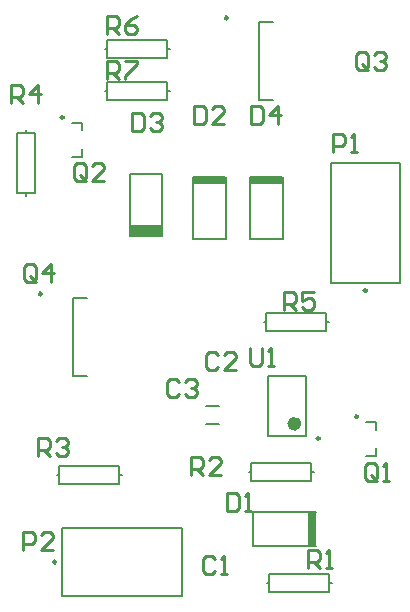
<source format=gto>
G04 Layer_Color=65535*
%FSLAX25Y25*%
%MOIN*%
G70*
G01*
G75*
%ADD17C,0.01000*%
%ADD29C,0.00984*%
%ADD30C,0.02362*%
%ADD31C,0.00787*%
%ADD32R,0.03150X0.11024*%
%ADD33R,0.11024X0.03150*%
%ADD34R,0.10698X0.03736*%
D17*
X247999Y132000D02*
Y135998D01*
X246999Y136998D01*
X245000D01*
X244000Y135998D01*
Y132000D01*
X245000Y131000D01*
X246999D01*
X245999Y132999D02*
X247999Y131000D01*
X246999D02*
X247999Y132000D01*
X249998Y131000D02*
X251997D01*
X250998D01*
Y136998D01*
X249998Y135998D01*
X225000Y102000D02*
Y107998D01*
X227999D01*
X228999Y106998D01*
Y104999D01*
X227999Y103999D01*
X225000D01*
X226999D02*
X228999Y102000D01*
X230998D02*
X232997D01*
X231998D01*
Y107998D01*
X230998Y106998D01*
X198000Y126998D02*
Y121000D01*
X200999D01*
X201999Y122000D01*
Y125998D01*
X200999Y126998D01*
X198000D01*
X203998Y121000D02*
X205997D01*
X204998D01*
Y126998D01*
X203998Y125998D01*
X186000Y133000D02*
Y138998D01*
X188999D01*
X189999Y137998D01*
Y135999D01*
X188999Y134999D01*
X186000D01*
X187999D02*
X189999Y133000D01*
X195997D02*
X191998D01*
X195997Y136999D01*
Y137998D01*
X194997Y138998D01*
X192998D01*
X191998Y137998D01*
X193999Y104998D02*
X192999Y105998D01*
X191000D01*
X190000Y104998D01*
Y101000D01*
X191000Y100000D01*
X192999D01*
X193999Y101000D01*
X195998Y100000D02*
X197997D01*
X196998D01*
Y105998D01*
X195998Y104998D01*
X130000Y108000D02*
Y113998D01*
X132999D01*
X133999Y112998D01*
Y110999D01*
X132999Y109999D01*
X130000D01*
X139997Y108000D02*
X135998D01*
X139997Y111999D01*
Y112998D01*
X138997Y113998D01*
X136998D01*
X135998Y112998D01*
X181999Y163998D02*
X180999Y164998D01*
X179000D01*
X178000Y163998D01*
Y160000D01*
X179000Y159000D01*
X180999D01*
X181999Y160000D01*
X183998Y163998D02*
X184998Y164998D01*
X186997D01*
X187997Y163998D01*
Y162999D01*
X186997Y161999D01*
X185997D01*
X186997D01*
X187997Y160999D01*
Y160000D01*
X186997Y159000D01*
X184998D01*
X183998Y160000D01*
X194999Y172998D02*
X193999Y173998D01*
X192000D01*
X191000Y172998D01*
Y169000D01*
X192000Y168000D01*
X193999D01*
X194999Y169000D01*
X200997Y168000D02*
X196998D01*
X200997Y171999D01*
Y172998D01*
X199997Y173998D01*
X197998D01*
X196998Y172998D01*
X217000Y188000D02*
Y193998D01*
X219999D01*
X220999Y192998D01*
Y190999D01*
X219999Y189999D01*
X217000D01*
X218999D02*
X220999Y188000D01*
X226997Y193998D02*
X222998D01*
Y190999D01*
X224997Y191999D01*
X225997D01*
X226997Y190999D01*
Y189000D01*
X225997Y188000D01*
X223998D01*
X222998Y189000D01*
X150999Y232000D02*
Y235998D01*
X149999Y236998D01*
X148000D01*
X147000Y235998D01*
Y232000D01*
X148000Y231000D01*
X149999D01*
X148999Y232999D02*
X150999Y231000D01*
X149999D02*
X150999Y232000D01*
X156997Y231000D02*
X152998D01*
X156997Y234999D01*
Y235998D01*
X155997Y236998D01*
X153998D01*
X152998Y235998D01*
X126000Y257000D02*
Y262998D01*
X128999D01*
X129999Y261998D01*
Y259999D01*
X128999Y258999D01*
X126000D01*
X127999D02*
X129999Y257000D01*
X134997D02*
Y262998D01*
X131998Y259999D01*
X135997D01*
X158000Y280000D02*
Y285998D01*
X160999D01*
X161999Y284998D01*
Y282999D01*
X160999Y281999D01*
X158000D01*
X159999D02*
X161999Y280000D01*
X167997Y285998D02*
X165997Y284998D01*
X163998Y282999D01*
Y281000D01*
X164998Y280000D01*
X166997D01*
X167997Y281000D01*
Y281999D01*
X166997Y282999D01*
X163998D01*
X158000Y265000D02*
Y270998D01*
X160999D01*
X161999Y269998D01*
Y267999D01*
X160999Y266999D01*
X158000D01*
X159999D02*
X161999Y265000D01*
X163998Y270998D02*
X167997D01*
Y269998D01*
X163998Y266000D01*
Y265000D01*
X244999Y269000D02*
Y272998D01*
X243999Y273998D01*
X242000D01*
X241000Y272998D01*
Y269000D01*
X242000Y268000D01*
X243999D01*
X242999Y269999D02*
X244999Y268000D01*
X243999D02*
X244999Y269000D01*
X246998Y272998D02*
X247998Y273998D01*
X249997D01*
X250997Y272998D01*
Y271999D01*
X249997Y270999D01*
X248997D01*
X249997D01*
X250997Y269999D01*
Y269000D01*
X249997Y268000D01*
X247998D01*
X246998Y269000D01*
X187050Y255948D02*
Y249950D01*
X190049D01*
X191049Y250950D01*
Y254948D01*
X190049Y255948D01*
X187050D01*
X197047Y249950D02*
X193048D01*
X197047Y253949D01*
Y254948D01*
X196047Y255948D01*
X194048D01*
X193048Y254948D01*
X166200Y253498D02*
Y247500D01*
X169199D01*
X170199Y248500D01*
Y252498D01*
X169199Y253498D01*
X166200D01*
X172198Y252498D02*
X173198Y253498D01*
X175197D01*
X176197Y252498D01*
Y251499D01*
X175197Y250499D01*
X174197D01*
X175197D01*
X176197Y249499D01*
Y248500D01*
X175197Y247500D01*
X173198D01*
X172198Y248500D01*
X206050Y255948D02*
Y249950D01*
X209049D01*
X210049Y250950D01*
Y254948D01*
X209049Y255948D01*
X206050D01*
X215047Y249950D02*
Y255948D01*
X212048Y252949D01*
X216047D01*
X233100Y240500D02*
Y246498D01*
X236099D01*
X237099Y245498D01*
Y243499D01*
X236099Y242499D01*
X233100D01*
X239098Y240500D02*
X241097D01*
X240098D01*
Y246498D01*
X239098Y245498D01*
X134299Y198300D02*
Y202298D01*
X133299Y203298D01*
X131300D01*
X130300Y202298D01*
Y198300D01*
X131300Y197300D01*
X133299D01*
X132299Y199299D02*
X134299Y197300D01*
X133299D02*
X134299Y198300D01*
X139297Y197300D02*
Y203298D01*
X136298Y200299D01*
X140297D01*
X134800Y139400D02*
Y145398D01*
X137799D01*
X138799Y144398D01*
Y142399D01*
X137799Y141399D01*
X134800D01*
X136799D02*
X138799Y139400D01*
X140798Y144398D02*
X141798Y145398D01*
X143797D01*
X144797Y144398D01*
Y143399D01*
X143797Y142399D01*
X142797D01*
X143797D01*
X144797Y141399D01*
Y140400D01*
X143797Y139400D01*
X141798D01*
X140798Y140400D01*
X205700Y175298D02*
Y170300D01*
X206700Y169300D01*
X208699D01*
X209699Y170300D01*
Y175298D01*
X211698Y169300D02*
X213697D01*
X212698D01*
Y175298D01*
X211698Y174298D01*
D29*
X241555Y152480D02*
G03*
X241555Y152480I-492J0D01*
G01*
X140933Y104000D02*
G03*
X140933Y104000I-492J0D01*
G01*
X143492Y252221D02*
G03*
X143492Y252221I-492J0D01*
G01*
X198169Y285331D02*
G03*
X198169Y285331I-492J0D01*
G01*
X244492Y194441D02*
G03*
X244492Y194441I-492J0D01*
G01*
X136169Y193331D02*
G03*
X136169Y193331I-492J0D01*
G01*
X228827Y145252D02*
G03*
X228827Y145252I-492J0D01*
G01*
D30*
X221543Y150094D02*
G03*
X221543Y150094I-1181J0D01*
G01*
D31*
X247559Y139252D02*
Y141850D01*
X244350Y139252D02*
X247559D01*
Y148150D02*
Y150748D01*
X244350D02*
X247559D01*
X232000Y97000D02*
X232900D01*
X211100D02*
X212000D01*
X232000Y94000D02*
Y97000D01*
X212000Y94000D02*
X232000D01*
X212000D02*
Y100000D01*
X232000D01*
Y97000D02*
Y100000D01*
X206567Y109488D02*
X227433D01*
X206567Y120512D02*
X227433D01*
X206567Y109488D02*
Y120512D01*
X205100Y134000D02*
X206000D01*
X226000D02*
X226900D01*
X206000D02*
Y137000D01*
X226000D01*
Y131000D02*
Y137000D01*
X206000Y131000D02*
X226000D01*
X206000D02*
Y134000D01*
X143000Y92583D02*
X183000D01*
Y115417D01*
X143000D02*
X183000D01*
X143000Y92583D02*
Y115417D01*
X190835Y150047D02*
X195165D01*
X190835Y155953D02*
X195165D01*
X210100Y184000D02*
X211000D01*
X231000D02*
X231900D01*
X211000D02*
Y187000D01*
X231000D01*
Y181000D02*
Y187000D01*
X211000Y181000D02*
X231000D01*
X211000D02*
Y184000D01*
X149496Y238992D02*
Y241590D01*
X146287Y238992D02*
X149496D01*
Y247890D02*
Y250488D01*
X146287D02*
X149496D01*
X131000Y226100D02*
Y227000D01*
Y247000D02*
Y247900D01*
X128000Y227000D02*
X131000D01*
X128000D02*
Y247000D01*
X134000D01*
Y227000D02*
Y247000D01*
X131000Y227000D02*
X134000D01*
X178000Y275000D02*
X178900D01*
X157100D02*
X158000D01*
X178000Y272000D02*
Y275000D01*
X158000Y272000D02*
X178000D01*
X158000D02*
Y278000D01*
X178000D01*
Y275000D02*
Y278000D01*
Y261000D02*
X178900D01*
X157100D02*
X158000D01*
X178000Y258000D02*
Y261000D01*
X158000Y258000D02*
X178000D01*
X158000D02*
Y264000D01*
X178000D01*
Y261000D02*
Y264000D01*
X208701Y258126D02*
X213216D01*
X208701D02*
Y283874D01*
X213216D01*
X197512Y211567D02*
Y232433D01*
X186488Y211567D02*
Y232433D01*
Y211567D02*
X197512D01*
X165646Y212764D02*
X176354D01*
X165646D02*
Y233236D01*
X176354D01*
Y212764D02*
Y233236D01*
X216512Y211567D02*
Y232433D01*
X205488Y211567D02*
Y232433D01*
Y211567D02*
X216512D01*
X255417Y197000D02*
Y237000D01*
X232583D02*
X255417D01*
X232583Y197000D02*
Y237000D01*
Y197000D02*
X255417D01*
X146701Y166126D02*
X151216D01*
X146701D02*
Y191874D01*
X151216D01*
X141100Y133000D02*
X142000D01*
X162000D02*
X162900D01*
X142000D02*
Y136000D01*
X162000D01*
Y130000D02*
Y136000D01*
X142000Y130000D02*
X162000D01*
X142000D02*
Y133000D01*
X224299Y146158D02*
Y165842D01*
X211701Y146158D02*
Y165842D01*
Y146158D02*
X224299D01*
X211701Y165842D02*
X224299D01*
D32*
X226252Y114999D02*
D03*
D33*
X192002Y231252D02*
D03*
X211002D02*
D03*
D34*
X171005Y214632D02*
D03*
M02*

</source>
